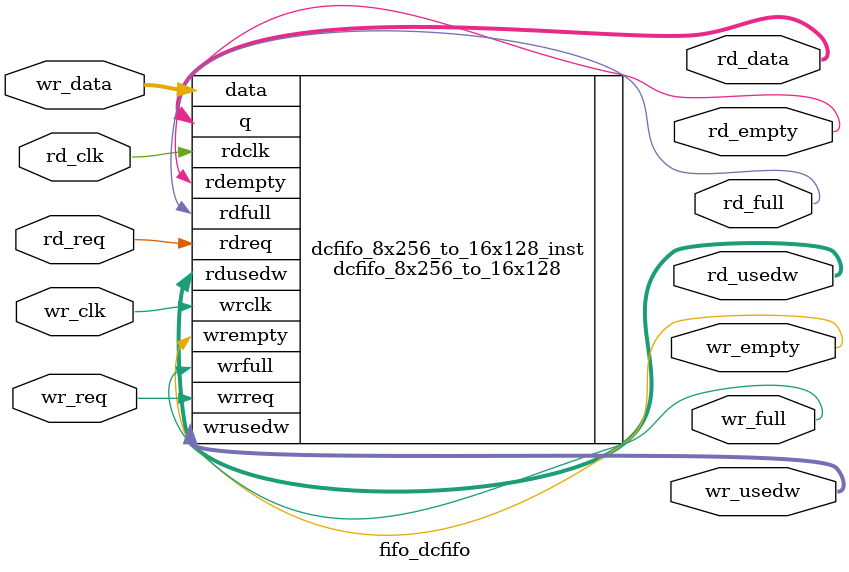
<source format=v>
module  fifo_dcfifo
(
    input   wire    [7:0]   wr_data     ,
    input   wire            rd_clk      ,
    input   wire            rd_req      ,
    input   wire            wr_clk      ,
    input   wire            wr_req      ,

    output  wire    [15:0]  rd_data     ,
    output  wire            rd_empty    ,
    output  wire            rd_full     ,
    output  wire    [7:0]   rd_usedw    ,
    output  wire            wr_empty    ,
    output  wire            wr_full     ,
    output  wire    [7:0]   wr_usedw    
);



dcfifo_8x256_to_16x128  dcfifo_8x256_to_16x128_inst (
    .data       ( wr_data   ),
    .rdclk      ( rd_clk    ),
    .rdreq      ( rd_req    ),
    .wrclk      ( wr_clk    ),
    .wrreq      ( wr_req    ),
    
    .q          ( rd_data   ),
    .rdempty    ( rd_empty  ),
    .rdfull     ( rd_full   ),
    .rdusedw    ( rd_usedw  ),
    .wrempty    ( wr_empty  ),
    .wrfull     ( wr_full   ),
    .wrusedw    ( wr_usedw  )
    );



endmodule
</source>
